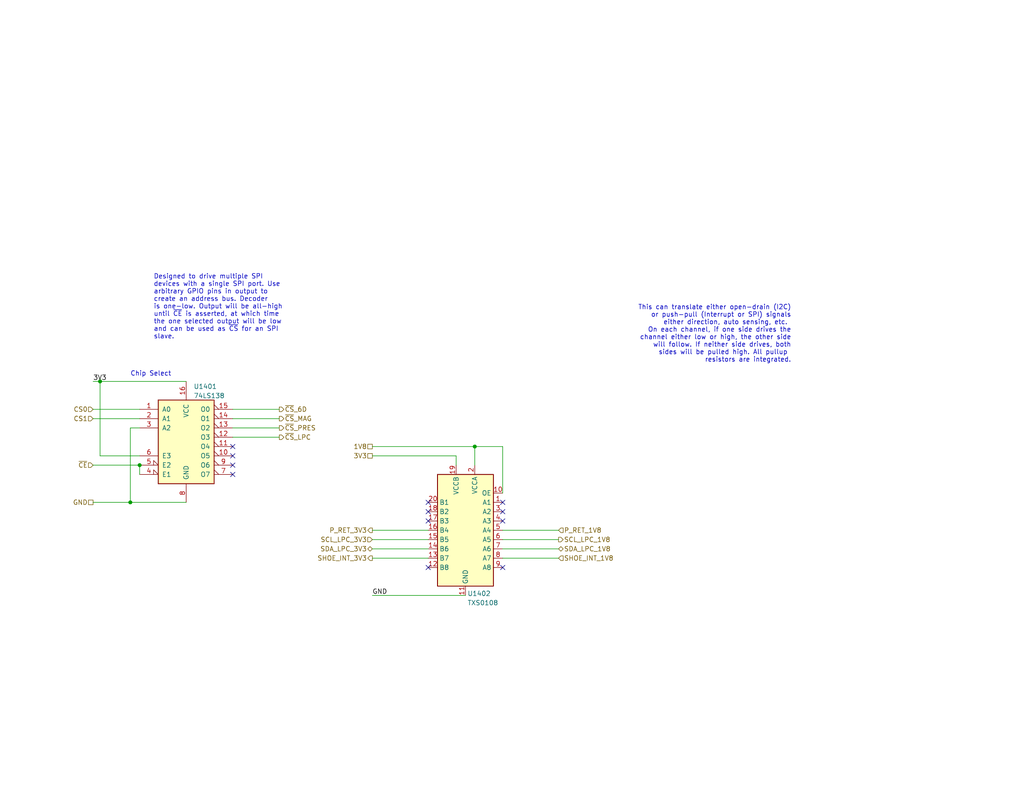
<source format=kicad_sch>
(kicad_sch (version 20211123) (generator eeschema)
  (paper "USLetter")
  (title_block (title "Rollercoasterometer") (date "2022-10-07") (company "Kwan Systems"))
  (lib_symbols
    (symbol "74xx:74LS138" (pin_names (offset 1.016))
      (property "Reference" "U" (at -7.62 11.43 0))
      (property "Value" "74LS138" (at -7.62 -13.97 0))
      (symbol "74LS138_1_0"
        (pin input line (at -12.7 7.62 0) (length 5.08) (name "A0") (number "1"))
        (pin output output_low (at 12.7 -5.08 180) (length 5.08) (name "O5") (number "10"))
        (pin output output_low (at 12.7 -2.54 180) (length 5.08) (name "O4") (number "11"))
        (pin output output_low (at 12.7 0 180) (length 5.08) (name "O3") (number "12"))
        (pin output output_low (at 12.7 2.54 180) (length 5.08) (name "O2") (number "13"))
        (pin output output_low (at 12.7 5.08 180) (length 5.08) (name "O1") (number "14"))
        (pin output output_low (at 12.7 7.62 180) (length 5.08) (name "O0") (number "15"))
        (pin power_in line (at 0 15.24 270) (length 5.08) (name "VCC") (number "16"))
        (pin input line (at -12.7 5.08 0) (length 5.08) (name "A1") (number "2"))
        (pin input line (at -12.7 2.54 0) (length 5.08) (name "A2") (number "3"))
        (pin input input_low (at -12.7 -10.16 0) (length 5.08) (name "E1") (number "4"))
        (pin input input_low (at -12.7 -7.62 0) (length 5.08) (name "E2") (number "5"))
        (pin input line (at -12.7 -5.08 0) (length 5.08) (name "E3") (number "6"))
        (pin output output_low (at 12.7 -10.16 180) (length 5.08) (name "O7") (number "7"))
        (pin power_in line (at 0 -17.78 90) (length 5.08) (name "GND") (number "8"))
        (pin output output_low (at 12.7 -7.62 180) (length 5.08) (name "O6") (number "9"))
      )
      (symbol "74LS138_1_1"
        (rectangle (start -7.62 10.16) (end 7.62 -12.7) (stroke (width 0.254)) (fill (type background)))
      )
    )
    (symbol "Logic_LevelTranslator:TXS0108EPW"
      (property "Reference" "U" (at -6.35 16.51 0))
      (property "Value" "TXS0108EPW" (at 3.81 16.51 0))
      (symbol "TXS0108EPW_0_1"
        (rectangle (start -7.62 15.24) (end 7.62 -15.24) (stroke (width 0.254)) (fill (type background)))
      )
      (symbol "TXS0108EPW_1_1"
        (pin bidirectional line (at -10.16 7.62 0) (length 2.54) (name "A1") (number "1"))
        (pin input line (at -10.16 10.16 0) (length 2.54) (name "OE") (number "10"))
        (pin power_in line (at 0 -17.78 90) (length 2.54) (name "GND") (number "11"))
        (pin bidirectional line (at 10.16 -10.16 180) (length 2.54) (name "B8") (number "12"))
        (pin bidirectional line (at 10.16 -7.62 180) (length 2.54) (name "B7") (number "13"))
        (pin bidirectional line (at 10.16 -5.08 180) (length 2.54) (name "B6") (number "14"))
        (pin bidirectional line (at 10.16 -2.54 180) (length 2.54) (name "B5") (number "15"))
        (pin bidirectional line (at 10.16 0 180) (length 2.54) (name "B4") (number "16"))
        (pin bidirectional line (at 10.16 2.54 180) (length 2.54) (name "B3") (number "17"))
        (pin bidirectional line (at 10.16 5.08 180) (length 2.54) (name "B2") (number "18"))
        (pin power_in line (at 2.54 17.78 270) (length 2.54) (name "VCCB") (number "19"))
        (pin power_in line (at -2.54 17.78 270) (length 2.54) (name "VCCA") (number "2"))
        (pin bidirectional line (at 10.16 7.62 180) (length 2.54) (name "B1") (number "20"))
        (pin bidirectional line (at -10.16 5.08 0) (length 2.54) (name "A2") (number "3"))
        (pin bidirectional line (at -10.16 2.54 0) (length 2.54) (name "A3") (number "4"))
        (pin bidirectional line (at -10.16 0 0) (length 2.54) (name "A4") (number "5"))
        (pin bidirectional line (at -10.16 -2.54 0) (length 2.54) (name "A5") (number "6"))
        (pin bidirectional line (at -10.16 -5.08 0) (length 2.54) (name "A6") (number "7"))
        (pin bidirectional line (at -10.16 -7.62 0) (length 2.54) (name "A7") (number "8"))
        (pin bidirectional line (at -10.16 -10.16 0) (length 2.54) (name "A8") (number "9"))
      )
    )
  )
  (junction (at 27.305 104.14))
  (junction (at 35.56 137.16))
  (junction (at 129.54 121.92))
  (junction (at 38.1 127))
  (no_connect (at 116.84 137.16))
  (no_connect (at 116.84 154.94))
  (no_connect (at 116.84 139.7))
  (no_connect (at 137.16 139.7))
  (no_connect (at 137.16 137.16))
  (no_connect (at 116.84 142.24))
  (no_connect (at 137.16 142.24))
  (no_connect (at 63.5 129.54))
  (no_connect (at 63.5 127))
  (no_connect (at 63.5 124.46))
  (no_connect (at 137.16 154.94))
  (no_connect (at 63.5 121.92))
  (wire (pts (xy 25.4 114.3) (xy 38.1 114.3)))
  (wire (pts (xy 63.5 111.76) (xy 76.2 111.76)))
  (wire (pts (xy 63.5 116.84) (xy 76.2 116.84)))
  (wire (pts (xy 101.6 162.56) (xy 127 162.56)))
  (wire (pts (xy 63.5 114.3) (xy 76.2 114.3)))
  (wire (pts (xy 137.16 152.4) (xy 152.4 152.4)))
  (wire (pts (xy 152.4 149.86) (xy 137.16 149.86)))
  (wire (pts (xy 137.16 144.78) (xy 152.4 144.78)))
  (wire (pts (xy 25.4 127) (xy 38.1 127)))
  (wire (pts (xy 101.6 144.78) (xy 116.84 144.78)))
  (wire (pts (xy 101.6 121.92) (xy 129.54 121.92)))
  (wire (pts (xy 116.84 149.86) (xy 101.6 149.86)))
  (wire (pts (xy 35.56 137.16) (xy 50.8 137.16)))
  (wire (pts (xy 25.4 111.76) (xy 38.1 111.76)))
  (wire (pts (xy 129.54 127) (xy 129.54 121.92)))
  (wire (pts (xy 25.4 104.14) (xy 27.305 104.14)))
  (wire (pts (xy 35.56 116.84) (xy 38.1 116.84)))
  (wire (pts (xy 101.6 152.4) (xy 116.84 152.4)))
  (wire (pts (xy 101.6 124.46) (xy 124.46 124.46)))
  (wire (pts (xy 27.305 104.14) (xy 27.305 124.46)))
  (wire (pts (xy 27.305 104.14) (xy 50.8 104.14)))
  (wire (pts (xy 63.5 119.38) (xy 76.2 119.38)))
  (wire (pts (xy 35.56 116.84) (xy 35.56 137.16)))
  (wire (pts (xy 101.6 147.32) (xy 116.84 147.32)))
  (wire (pts (xy 27.305 124.46) (xy 38.1 124.46)))
  (wire (pts (xy 124.46 127) (xy 124.46 124.46)))
  (wire (pts (xy 38.1 127) (xy 38.1 129.54)))
  (wire (pts (xy 137.16 134.62) (xy 137.16 121.92)))
  (wire (pts (xy 137.16 121.92) (xy 129.54 121.92)))
  (wire (pts (xy 25.4 137.16) (xy 35.56 137.16)))
  (wire (pts (xy 137.16 147.32) (xy 152.4 147.32)))
  (text "Designed to drive multiple SPI\ndevices with a single SPI port. Use\narbitrary GPIO pins in output to\ncreate an address bus. Decoder\nis one-low. Output will be all-high\nuntil ~{CE} is asserted, at which time\nthe one selected output will be low\nand can be used as ~{CS} for an SPI\nslave." (at 41.91 92.71 0) (effects (font (size 1.27 1.27)) (justify left bottom)))
  (text "This can translate either open-drain (I2C)\nor push-pull (Interrupt or SPI) signals\neither direction, auto sensing, etc. \nOn each channel, if one side drives the\nchannel either low or high, the other side\nwill follow. If neither side drives, both\nsides will be pulled high. All pullup \nresistors are integrated." (at 215.9 99.06 0) (effects (font (size 1.27 1.27)) (justify right bottom)))
  (text "Chip Select" (at 35.56 102.87 0) (effects (font (size 1.27 1.27)) (justify left bottom)))
  (label "GND" (at 101.6 162.56 0))
  (label "3V3" (at 25.4 104.14 0))
  (hierarchical_label "3V3" (shape passive) (at 101.6 124.46 180))
  (hierarchical_label "~{CE}" (shape input) (at 25.4 127 180))
  (hierarchical_label "GND" (shape passive) (at 25.4 137.16 180))
  (hierarchical_label "~{CS}_LPC" (shape output) (at 76.2 119.38 0))
  (hierarchical_label "SDA_LPC_1V8" (shape bidirectional) (at 152.4 149.86 0))
  (hierarchical_label "CS0" (shape input) (at 25.4 111.76 180))
  (hierarchical_label "~{CS}_6D" (shape output) (at 76.2 111.76 0))
  (hierarchical_label "P_RET_1V8" (shape input) (at 152.4 144.78 0))
  (hierarchical_label "SDA_LPC_3V3" (shape bidirectional) (at 101.6 149.86 180))
  (hierarchical_label "~{CS}_PRES" (shape output) (at 76.2 116.84 0))
  (hierarchical_label "SCL_LPC_1V8" (shape output) (at 152.4 147.32 0))
  (hierarchical_label "~{CS}_MAG" (shape output) (at 76.2 114.3 0))
  (hierarchical_label "SCL_LPC_3V3" (shape input) (at 101.6 147.32 180))
  (hierarchical_label "SHOE_INT_3V3" (shape output) (at 101.6 152.4 180))
  (hierarchical_label "CS1" (shape input) (at 25.4 114.3 180))
  (hierarchical_label "P_RET_3V3" (shape output) (at 101.6 144.78 180))
  (hierarchical_label "1V8" (shape passive) (at 101.6 121.92 180))
  (hierarchical_label "SHOE_INT_1V8" (shape input) (at 152.4 152.4 0))
  (symbol (lib_id "Logic_LevelTranslator:TXS0108EPW") (at 127 144.78 0) (mirror y) (unit 1)
    (property "Reference" "U1402" (at 127.5206 162.0504 0) (effects (justify right)))
    (property "Value" "TXS0108" (at 127.5206 164.5873 0) (effects (justify right)))
    (property "Footprint" "Package_SO:TSSOP-20_4.4x6.5mm_P0.65mm" (effects hide))
    (property "Datasheet" "www.ti.com/lit/ds/symlink/txs0108e.pdf" (effects hide))
    (property "Digikey" "296-23011-1-ND" (effects hide))
    (property "Purpose" "Level shifter 3.3V<->1.8V" (effects hide))
    (property "Mouser" "595-TXS0108EPWR" (effects hide))
  )
  (symbol (lib_id "74xx:74LS138") (at 50.8 119.38 0) (unit 1)
    (property "Reference" "U1401" (at 52.8194 105.5202 0) (effects (justify left)))
    (property "Value" "74LS138" (at 52.8194 108.0571 0) (effects (justify left)))
    (property "Footprint" "Package_SO:TSSOP-16_4.4x5mm_P0.65mm" (effects hide))
    (property "Datasheet" "http://www.ti.com/lit/gpn/sn74LS138" (effects hide))
    (property "Mouser" "771-74LVC138APW-T" (effects hide))
    (property "Purpose" "SPI Chip Select Decoder" (effects hide))
  )
)
</source>
